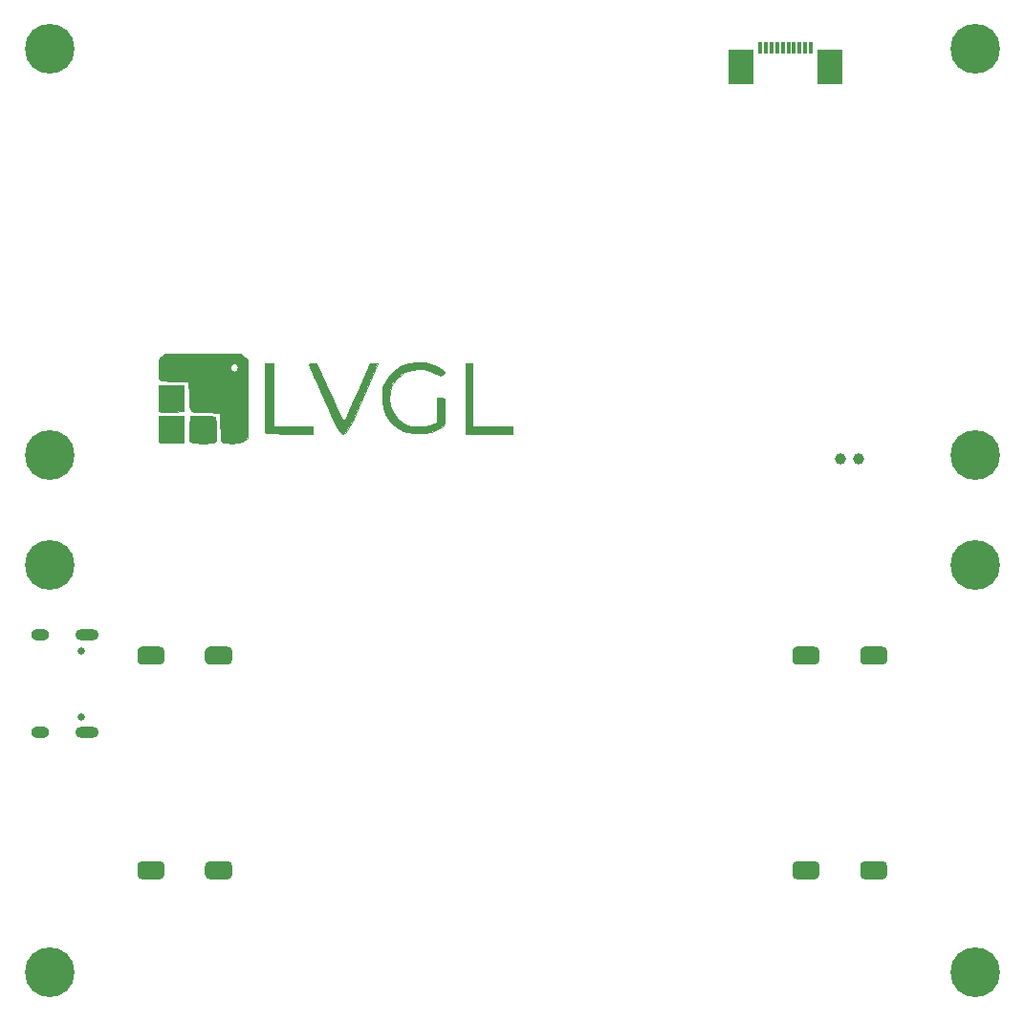
<source format=gbr>
%TF.GenerationSoftware,KiCad,Pcbnew,(5.1.8)-1*%
%TF.CreationDate,2021-08-31T22:24:42+08:00*%
%TF.ProjectId,End_World_Kit_V3.0,456e645f-576f-4726-9c64-5f4b69745f56,rev?*%
%TF.SameCoordinates,Original*%
%TF.FileFunction,Soldermask,Top*%
%TF.FilePolarity,Negative*%
%FSLAX46Y46*%
G04 Gerber Fmt 4.6, Leading zero omitted, Abs format (unit mm)*
G04 Created by KiCad (PCBNEW (5.1.8)-1) date 2021-08-31 22:24:42*
%MOMM*%
%LPD*%
G01*
G04 APERTURE LIST*
%ADD10C,0.010000*%
%ADD11C,1.000000*%
%ADD12C,0.700000*%
%ADD13C,4.400000*%
%ADD14O,2.100000X1.000000*%
%ADD15C,0.650000*%
%ADD16O,1.600000X1.000000*%
%ADD17R,2.300000X3.100000*%
%ADD18R,0.300000X1.100000*%
G04 APERTURE END LIST*
D10*
%TO.C,G\u002A\u002A\u002A*%
G36*
X70687083Y-95876250D02*
G01*
X69600398Y-95906432D01*
X69079979Y-95914153D01*
X68738094Y-95900707D01*
X68542374Y-95862881D01*
X68460451Y-95797459D01*
X68458629Y-95793065D01*
X68438050Y-95630564D01*
X68427446Y-95310041D01*
X68427915Y-94884953D01*
X68434064Y-94598717D01*
X68464583Y-93547917D01*
X70687083Y-93547917D01*
X70687083Y-95876250D01*
G37*
X70687083Y-95876250D02*
X69600398Y-95906432D01*
X69079979Y-95914153D01*
X68738094Y-95900707D01*
X68542374Y-95862881D01*
X68460451Y-95797459D01*
X68458629Y-95793065D01*
X68438050Y-95630564D01*
X68427446Y-95310041D01*
X68427915Y-94884953D01*
X68434064Y-94598717D01*
X68464583Y-93547917D01*
X70687083Y-93547917D01*
X70687083Y-95876250D01*
G36*
X73097564Y-93528612D02*
G01*
X73345230Y-93558998D01*
X73411780Y-93584447D01*
X73452256Y-93725990D01*
X73482384Y-94021505D01*
X73501404Y-94413517D01*
X73508556Y-94844548D01*
X73503081Y-95257123D01*
X73484217Y-95593765D01*
X73451207Y-95796997D01*
X73441323Y-95819170D01*
X73304806Y-95877200D01*
X73016905Y-95914864D01*
X72633166Y-95932904D01*
X72209132Y-95932062D01*
X71800350Y-95913080D01*
X71462363Y-95876701D01*
X71250716Y-95823666D01*
X71208867Y-95789342D01*
X71188904Y-95628530D01*
X71178778Y-95309462D01*
X71179522Y-94885366D01*
X71185730Y-94598717D01*
X71216250Y-93547917D01*
X72265252Y-93517419D01*
X72720686Y-93513765D01*
X73097564Y-93528612D01*
G37*
X73097564Y-93528612D02*
X73345230Y-93558998D01*
X73411780Y-93584447D01*
X73452256Y-93725990D01*
X73482384Y-94021505D01*
X73501404Y-94413517D01*
X73508556Y-94844548D01*
X73503081Y-95257123D01*
X73484217Y-95593765D01*
X73451207Y-95796997D01*
X73441323Y-95819170D01*
X73304806Y-95877200D01*
X73016905Y-95914864D01*
X72633166Y-95932904D01*
X72209132Y-95932062D01*
X71800350Y-95913080D01*
X71462363Y-95876701D01*
X71250716Y-95823666D01*
X71208867Y-95789342D01*
X71188904Y-95628530D01*
X71178778Y-95309462D01*
X71179522Y-94885366D01*
X71185730Y-94598717D01*
X71216250Y-93547917D01*
X72265252Y-93517419D01*
X72720686Y-93513765D01*
X73097564Y-93528612D01*
G36*
X75999306Y-88247087D02*
G01*
X76296250Y-88502507D01*
X76296250Y-95418327D01*
X75999306Y-95673747D01*
X75809830Y-95810807D01*
X75597131Y-95888487D01*
X75294838Y-95922604D01*
X74927473Y-95929167D01*
X74426636Y-95907802D01*
X74121027Y-95844546D01*
X74037445Y-95790433D01*
X73988557Y-95632904D01*
X73944354Y-95311506D01*
X73909980Y-94874035D01*
X73892195Y-94441058D01*
X73862083Y-93230417D01*
X72628786Y-93200688D01*
X71996797Y-93174542D01*
X71566499Y-93130819D01*
X71328553Y-93068373D01*
X71283064Y-93035497D01*
X71235656Y-92880128D01*
X71192450Y-92561468D01*
X71158570Y-92127890D01*
X71140528Y-91689392D01*
X71110416Y-90478750D01*
X69899775Y-90448638D01*
X69400675Y-90426845D01*
X68976508Y-90390794D01*
X68675072Y-90345629D01*
X68550400Y-90303388D01*
X68465841Y-90117047D01*
X68420443Y-89728714D01*
X68411666Y-89349731D01*
X68415957Y-89081543D01*
X74780835Y-89081543D01*
X74815874Y-89322035D01*
X74967427Y-89517225D01*
X75132083Y-89579167D01*
X75307031Y-89505110D01*
X75392447Y-89425501D01*
X75500331Y-89180769D01*
X75421850Y-88986030D01*
X75182294Y-88893184D01*
X75132083Y-88891250D01*
X74874076Y-88942486D01*
X74780835Y-89081543D01*
X68415957Y-89081543D01*
X68418623Y-88914940D01*
X68448799Y-88632594D01*
X68516154Y-88443672D01*
X68634648Y-88289154D01*
X68671439Y-88251440D01*
X68931212Y-87991667D01*
X75702363Y-87991667D01*
X75999306Y-88247087D01*
G37*
X75999306Y-88247087D02*
X76296250Y-88502507D01*
X76296250Y-95418327D01*
X75999306Y-95673747D01*
X75809830Y-95810807D01*
X75597131Y-95888487D01*
X75294838Y-95922604D01*
X74927473Y-95929167D01*
X74426636Y-95907802D01*
X74121027Y-95844546D01*
X74037445Y-95790433D01*
X73988557Y-95632904D01*
X73944354Y-95311506D01*
X73909980Y-94874035D01*
X73892195Y-94441058D01*
X73862083Y-93230417D01*
X72628786Y-93200688D01*
X71996797Y-93174542D01*
X71566499Y-93130819D01*
X71328553Y-93068373D01*
X71283064Y-93035497D01*
X71235656Y-92880128D01*
X71192450Y-92561468D01*
X71158570Y-92127890D01*
X71140528Y-91689392D01*
X71110416Y-90478750D01*
X69899775Y-90448638D01*
X69400675Y-90426845D01*
X68976508Y-90390794D01*
X68675072Y-90345629D01*
X68550400Y-90303388D01*
X68465841Y-90117047D01*
X68420443Y-89728714D01*
X68411666Y-89349731D01*
X68415957Y-89081543D01*
X74780835Y-89081543D01*
X74815874Y-89322035D01*
X74967427Y-89517225D01*
X75132083Y-89579167D01*
X75307031Y-89505110D01*
X75392447Y-89425501D01*
X75500331Y-89180769D01*
X75421850Y-88986030D01*
X75182294Y-88893184D01*
X75132083Y-88891250D01*
X74874076Y-88942486D01*
X74780835Y-89081543D01*
X68415957Y-89081543D01*
X68418623Y-88914940D01*
X68448799Y-88632594D01*
X68516154Y-88443672D01*
X68634648Y-88289154D01*
X68671439Y-88251440D01*
X68931212Y-87991667D01*
X75702363Y-87991667D01*
X75999306Y-88247087D01*
G36*
X78571666Y-94447500D02*
G01*
X82064166Y-94447500D01*
X82064166Y-95082500D01*
X80018055Y-95082500D01*
X79380326Y-95079010D01*
X78816361Y-95069289D01*
X78359883Y-95054461D01*
X78044612Y-95035650D01*
X77904270Y-95013980D01*
X77901388Y-95011945D01*
X77883330Y-94891940D01*
X77866979Y-94587477D01*
X77852952Y-94125763D01*
X77841862Y-93534003D01*
X77834324Y-92839405D01*
X77830954Y-92069174D01*
X77830833Y-91889861D01*
X77830833Y-88838334D01*
X78571666Y-88838334D01*
X78571666Y-94447500D01*
G37*
X78571666Y-94447500D02*
X82064166Y-94447500D01*
X82064166Y-95082500D01*
X80018055Y-95082500D01*
X79380326Y-95079010D01*
X78816361Y-95069289D01*
X78359883Y-95054461D01*
X78044612Y-95035650D01*
X77904270Y-95013980D01*
X77901388Y-95011945D01*
X77883330Y-94891940D01*
X77866979Y-94587477D01*
X77852952Y-94125763D01*
X77841862Y-93534003D01*
X77834324Y-92839405D01*
X77830954Y-92069174D01*
X77830833Y-91889861D01*
X77830833Y-88838334D01*
X78571666Y-88838334D01*
X78571666Y-94447500D01*
G36*
X87516167Y-88838334D02*
G01*
X87862842Y-88838334D01*
X86475394Y-91960417D01*
X86038950Y-92950512D01*
X85682277Y-93752514D01*
X85388818Y-94366812D01*
X85142018Y-94793789D01*
X84925320Y-95033833D01*
X84722167Y-95087330D01*
X84516004Y-94954666D01*
X84290275Y-94636226D01*
X84028424Y-94132398D01*
X83713894Y-93443566D01*
X83330128Y-92570118D01*
X83096001Y-92039233D01*
X82764745Y-91290005D01*
X82462977Y-90602783D01*
X82201016Y-90001441D01*
X81989181Y-89509850D01*
X81837794Y-89151883D01*
X81757174Y-88951415D01*
X81746626Y-88917709D01*
X81839243Y-88864318D01*
X82064761Y-88840790D01*
X82090625Y-88840748D01*
X82434583Y-88843162D01*
X83592127Y-91487912D01*
X83897663Y-92177357D01*
X84178224Y-92793994D01*
X84422309Y-93313854D01*
X84618415Y-93712968D01*
X84755041Y-93967367D01*
X84820684Y-94053081D01*
X84822504Y-94051956D01*
X84883277Y-93937111D01*
X85017263Y-93654778D01*
X85212454Y-93231223D01*
X85456848Y-92692712D01*
X85738437Y-92065512D01*
X86032414Y-91404792D01*
X87169491Y-88838333D01*
X87516167Y-88838334D01*
G37*
X87516167Y-88838334D02*
X87862842Y-88838334D01*
X86475394Y-91960417D01*
X86038950Y-92950512D01*
X85682277Y-93752514D01*
X85388818Y-94366812D01*
X85142018Y-94793789D01*
X84925320Y-95033833D01*
X84722167Y-95087330D01*
X84516004Y-94954666D01*
X84290275Y-94636226D01*
X84028424Y-94132398D01*
X83713894Y-93443566D01*
X83330128Y-92570118D01*
X83096001Y-92039233D01*
X82764745Y-91290005D01*
X82462977Y-90602783D01*
X82201016Y-90001441D01*
X81989181Y-89509850D01*
X81837794Y-89151883D01*
X81757174Y-88951415D01*
X81746626Y-88917709D01*
X81839243Y-88864318D01*
X82064761Y-88840790D01*
X82090625Y-88840748D01*
X82434583Y-88843162D01*
X83592127Y-91487912D01*
X83897663Y-92177357D01*
X84178224Y-92793994D01*
X84422309Y-93313854D01*
X84618415Y-93712968D01*
X84755041Y-93967367D01*
X84820684Y-94053081D01*
X84822504Y-94051956D01*
X84883277Y-93937111D01*
X85017263Y-93654778D01*
X85212454Y-93231223D01*
X85456848Y-92692712D01*
X85738437Y-92065512D01*
X86032414Y-91404792D01*
X87169491Y-88838333D01*
X87516167Y-88838334D01*
G36*
X92074991Y-88799270D02*
G01*
X92824170Y-89009560D01*
X93344679Y-89278351D01*
X93624933Y-89461376D01*
X93751552Y-89577430D01*
X93749947Y-89672440D01*
X93645531Y-89792331D01*
X93634934Y-89802936D01*
X93516874Y-89909596D01*
X93404373Y-89945344D01*
X93241845Y-89901942D01*
X92973705Y-89771150D01*
X92798907Y-89679009D01*
X92456214Y-89507986D01*
X92182717Y-89413116D01*
X91893599Y-89377556D01*
X91504049Y-89384462D01*
X91355093Y-89392287D01*
X90874392Y-89434420D01*
X90520205Y-89512205D01*
X90207765Y-89648575D01*
X90034974Y-89749436D01*
X89500645Y-90191442D01*
X89127249Y-90733223D01*
X88911915Y-91340498D01*
X88851774Y-91978984D01*
X88943954Y-92614401D01*
X89185587Y-93212466D01*
X89573802Y-93738897D01*
X90105729Y-94159412D01*
X90417303Y-94316133D01*
X90855875Y-94429113D01*
X91405019Y-94469840D01*
X91976733Y-94439353D01*
X92483014Y-94338691D01*
X92621041Y-94290122D01*
X93070833Y-94107017D01*
X93070833Y-91894089D01*
X93414791Y-91927253D01*
X93758750Y-91960417D01*
X93788713Y-93090736D01*
X93798957Y-93597766D01*
X93793023Y-93938546D01*
X93764043Y-94158285D01*
X93705152Y-94302196D01*
X93609481Y-94415489D01*
X93583796Y-94439882D01*
X93131076Y-94736952D01*
X92538965Y-94944460D01*
X91862794Y-95055829D01*
X91157894Y-95064483D01*
X90479594Y-94963845D01*
X90117719Y-94851865D01*
X89528761Y-94530890D01*
X88988059Y-94063860D01*
X88565766Y-93515253D01*
X88468673Y-93336250D01*
X88311107Y-92853885D01*
X88225817Y-92256033D01*
X88216134Y-91627332D01*
X88285393Y-91052419D01*
X88367426Y-90765349D01*
X88726974Y-90102589D01*
X89233775Y-89560745D01*
X89854903Y-89149655D01*
X90557432Y-88879154D01*
X91308437Y-88759080D01*
X92074991Y-88799270D01*
G37*
X92074991Y-88799270D02*
X92824170Y-89009560D01*
X93344679Y-89278351D01*
X93624933Y-89461376D01*
X93751552Y-89577430D01*
X93749947Y-89672440D01*
X93645531Y-89792331D01*
X93634934Y-89802936D01*
X93516874Y-89909596D01*
X93404373Y-89945344D01*
X93241845Y-89901942D01*
X92973705Y-89771150D01*
X92798907Y-89679009D01*
X92456214Y-89507986D01*
X92182717Y-89413116D01*
X91893599Y-89377556D01*
X91504049Y-89384462D01*
X91355093Y-89392287D01*
X90874392Y-89434420D01*
X90520205Y-89512205D01*
X90207765Y-89648575D01*
X90034974Y-89749436D01*
X89500645Y-90191442D01*
X89127249Y-90733223D01*
X88911915Y-91340498D01*
X88851774Y-91978984D01*
X88943954Y-92614401D01*
X89185587Y-93212466D01*
X89573802Y-93738897D01*
X90105729Y-94159412D01*
X90417303Y-94316133D01*
X90855875Y-94429113D01*
X91405019Y-94469840D01*
X91976733Y-94439353D01*
X92483014Y-94338691D01*
X92621041Y-94290122D01*
X93070833Y-94107017D01*
X93070833Y-91894089D01*
X93414791Y-91927253D01*
X93758750Y-91960417D01*
X93788713Y-93090736D01*
X93798957Y-93597766D01*
X93793023Y-93938546D01*
X93764043Y-94158285D01*
X93705152Y-94302196D01*
X93609481Y-94415489D01*
X93583796Y-94439882D01*
X93131076Y-94736952D01*
X92538965Y-94944460D01*
X91862794Y-95055829D01*
X91157894Y-95064483D01*
X90479594Y-94963845D01*
X90117719Y-94851865D01*
X89528761Y-94530890D01*
X88988059Y-94063860D01*
X88565766Y-93515253D01*
X88468673Y-93336250D01*
X88311107Y-92853885D01*
X88225817Y-92256033D01*
X88216134Y-91627332D01*
X88285393Y-91052419D01*
X88367426Y-90765349D01*
X88726974Y-90102589D01*
X89233775Y-89560745D01*
X89854903Y-89149655D01*
X90557432Y-88879154D01*
X91308437Y-88759080D01*
X92074991Y-88799270D01*
G36*
X96245833Y-94447500D02*
G01*
X99738333Y-94447500D01*
X99738333Y-95082500D01*
X95610833Y-95082500D01*
X95610833Y-88838334D01*
X96245833Y-88838334D01*
X96245833Y-94447500D01*
G37*
X96245833Y-94447500D02*
X99738333Y-94447500D01*
X99738333Y-95082500D01*
X95610833Y-95082500D01*
X95610833Y-88838334D01*
X96245833Y-88838334D01*
X96245833Y-94447500D01*
G36*
X70687083Y-93124584D02*
G01*
X69600398Y-93154765D01*
X69079979Y-93162486D01*
X68738094Y-93149040D01*
X68542374Y-93111214D01*
X68460451Y-93045793D01*
X68458629Y-93041399D01*
X68438050Y-92878898D01*
X68427446Y-92558374D01*
X68427915Y-92133286D01*
X68434064Y-91847050D01*
X68464583Y-90796250D01*
X70687083Y-90796250D01*
X70687083Y-93124584D01*
G37*
X70687083Y-93124584D02*
X69600398Y-93154765D01*
X69079979Y-93162486D01*
X68738094Y-93149040D01*
X68542374Y-93111214D01*
X68460451Y-93045793D01*
X68458629Y-93041399D01*
X68438050Y-92878898D01*
X68427446Y-92558374D01*
X68427915Y-92133286D01*
X68434064Y-91847050D01*
X68464583Y-90796250D01*
X70687083Y-90796250D01*
X70687083Y-93124584D01*
%TD*%
D11*
%TO.C,MK1*%
X130400000Y-97300000D03*
X128800000Y-97300000D03*
%TD*%
D12*
%TO.C,H8*%
X141916726Y-95833274D03*
X140750000Y-95350000D03*
X139583274Y-95833274D03*
X139100000Y-97000000D03*
X139583274Y-98166726D03*
X140750000Y-98650000D03*
X141916726Y-98166726D03*
X142400000Y-97000000D03*
D13*
X140750000Y-97000000D03*
%TD*%
D12*
%TO.C,H7*%
X141916726Y-59833274D03*
X140750000Y-59350000D03*
X139583274Y-59833274D03*
X139100000Y-61000000D03*
X139583274Y-62166726D03*
X140750000Y-62650000D03*
X141916726Y-62166726D03*
X142400000Y-61000000D03*
D13*
X140750000Y-61000000D03*
%TD*%
D12*
%TO.C,H6*%
X59916726Y-95833274D03*
X58750000Y-95350000D03*
X57583274Y-95833274D03*
X57100000Y-97000000D03*
X57583274Y-98166726D03*
X58750000Y-98650000D03*
X59916726Y-98166726D03*
X60400000Y-97000000D03*
D13*
X58750000Y-97000000D03*
%TD*%
D12*
%TO.C,H5*%
X59916726Y-59833274D03*
X58750000Y-59350000D03*
X57583274Y-59833274D03*
X57100000Y-61000000D03*
X57583274Y-62166726D03*
X58750000Y-62650000D03*
X59916726Y-62166726D03*
X60400000Y-61000000D03*
D13*
X58750000Y-61000000D03*
%TD*%
D12*
%TO.C,H4*%
X141916726Y-141583274D03*
X140750000Y-141100000D03*
X139583274Y-141583274D03*
X139100000Y-142750000D03*
X139583274Y-143916726D03*
X140750000Y-144400000D03*
X141916726Y-143916726D03*
X142400000Y-142750000D03*
D13*
X140750000Y-142750000D03*
%TD*%
D12*
%TO.C,H3*%
X141916726Y-105583274D03*
X140750000Y-105100000D03*
X139583274Y-105583274D03*
X139100000Y-106750000D03*
X139583274Y-107916726D03*
X140750000Y-108400000D03*
X141916726Y-107916726D03*
X142400000Y-106750000D03*
D13*
X140750000Y-106750000D03*
%TD*%
D12*
%TO.C,H2*%
X59916726Y-141583274D03*
X58750000Y-141100000D03*
X57583274Y-141583274D03*
X57100000Y-142750000D03*
X57583274Y-143916726D03*
X58750000Y-144400000D03*
X59916726Y-143916726D03*
X60400000Y-142750000D03*
D13*
X58750000Y-142750000D03*
%TD*%
D12*
%TO.C,H1*%
X59916726Y-105583274D03*
X58750000Y-105100000D03*
X57583274Y-105583274D03*
X57100000Y-106750000D03*
X57583274Y-107916726D03*
X58750000Y-108400000D03*
X59916726Y-107916726D03*
X60400000Y-106750000D03*
D13*
X58750000Y-106750000D03*
%TD*%
%TO.C,SW6*%
G36*
G01*
X130550000Y-134150000D02*
X130550000Y-133350000D01*
G75*
G02*
X130950000Y-132950000I400000J0D01*
G01*
X132550000Y-132950000D01*
G75*
G02*
X132950000Y-133350000I0J-400000D01*
G01*
X132950000Y-134150000D01*
G75*
G02*
X132550000Y-134550000I-400000J0D01*
G01*
X130950000Y-134550000D01*
G75*
G02*
X130550000Y-134150000I0J400000D01*
G01*
G37*
G36*
G01*
X124550000Y-134150000D02*
X124550000Y-133350000D01*
G75*
G02*
X124950000Y-132950000I400000J0D01*
G01*
X126550000Y-132950000D01*
G75*
G02*
X126950000Y-133350000I0J-400000D01*
G01*
X126950000Y-134150000D01*
G75*
G02*
X126550000Y-134550000I-400000J0D01*
G01*
X124950000Y-134550000D01*
G75*
G02*
X124550000Y-134150000I0J400000D01*
G01*
G37*
%TD*%
%TO.C,SW5*%
G36*
G01*
X130550000Y-115150000D02*
X130550000Y-114350000D01*
G75*
G02*
X130950000Y-113950000I400000J0D01*
G01*
X132550000Y-113950000D01*
G75*
G02*
X132950000Y-114350000I0J-400000D01*
G01*
X132950000Y-115150000D01*
G75*
G02*
X132550000Y-115550000I-400000J0D01*
G01*
X130950000Y-115550000D01*
G75*
G02*
X130550000Y-115150000I0J400000D01*
G01*
G37*
G36*
G01*
X124550000Y-115150000D02*
X124550000Y-114350000D01*
G75*
G02*
X124950000Y-113950000I400000J0D01*
G01*
X126550000Y-113950000D01*
G75*
G02*
X126950000Y-114350000I0J-400000D01*
G01*
X126950000Y-115150000D01*
G75*
G02*
X126550000Y-115550000I-400000J0D01*
G01*
X124950000Y-115550000D01*
G75*
G02*
X124550000Y-115150000I0J400000D01*
G01*
G37*
%TD*%
%TO.C,SW4*%
G36*
G01*
X72550000Y-134150000D02*
X72550000Y-133350000D01*
G75*
G02*
X72950000Y-132950000I400000J0D01*
G01*
X74550000Y-132950000D01*
G75*
G02*
X74950000Y-133350000I0J-400000D01*
G01*
X74950000Y-134150000D01*
G75*
G02*
X74550000Y-134550000I-400000J0D01*
G01*
X72950000Y-134550000D01*
G75*
G02*
X72550000Y-134150000I0J400000D01*
G01*
G37*
G36*
G01*
X66550000Y-134150000D02*
X66550000Y-133350000D01*
G75*
G02*
X66950000Y-132950000I400000J0D01*
G01*
X68550000Y-132950000D01*
G75*
G02*
X68950000Y-133350000I0J-400000D01*
G01*
X68950000Y-134150000D01*
G75*
G02*
X68550000Y-134550000I-400000J0D01*
G01*
X66950000Y-134550000D01*
G75*
G02*
X66550000Y-134150000I0J400000D01*
G01*
G37*
%TD*%
%TO.C,SW3*%
G36*
G01*
X72550000Y-115150000D02*
X72550000Y-114350000D01*
G75*
G02*
X72950000Y-113950000I400000J0D01*
G01*
X74550000Y-113950000D01*
G75*
G02*
X74950000Y-114350000I0J-400000D01*
G01*
X74950000Y-115150000D01*
G75*
G02*
X74550000Y-115550000I-400000J0D01*
G01*
X72950000Y-115550000D01*
G75*
G02*
X72550000Y-115150000I0J400000D01*
G01*
G37*
G36*
G01*
X66550000Y-115150000D02*
X66550000Y-114350000D01*
G75*
G02*
X66950000Y-113950000I400000J0D01*
G01*
X68550000Y-113950000D01*
G75*
G02*
X68950000Y-114350000I0J-400000D01*
G01*
X68950000Y-115150000D01*
G75*
G02*
X68550000Y-115550000I-400000J0D01*
G01*
X66950000Y-115550000D01*
G75*
G02*
X66550000Y-115150000I0J400000D01*
G01*
G37*
%TD*%
D14*
%TO.C,P1*%
X62130000Y-112930000D03*
X62130000Y-121570000D03*
D15*
X61600000Y-120140000D03*
D16*
X57950000Y-121570000D03*
D15*
X61600000Y-114360000D03*
D16*
X57950000Y-112930000D03*
%TD*%
D17*
%TO.C,J4*%
X127870000Y-62600000D03*
X120030000Y-62600000D03*
D18*
X126200000Y-60900000D03*
X125700000Y-60900000D03*
X125200000Y-60900000D03*
X124700000Y-60900000D03*
X124200000Y-60900000D03*
X123700000Y-60900000D03*
X123200000Y-60900000D03*
X122700000Y-60900000D03*
X122200000Y-60900000D03*
X121700000Y-60900000D03*
%TD*%
M02*

</source>
